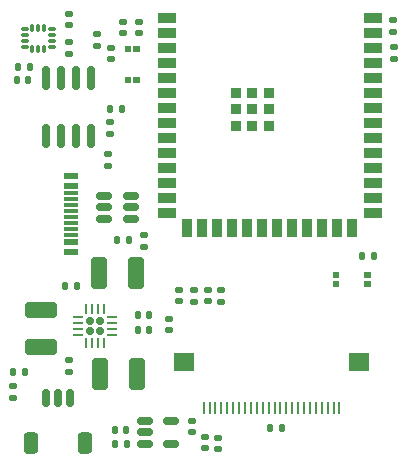
<source format=gbr>
%TF.GenerationSoftware,KiCad,Pcbnew,9.0.3*%
%TF.CreationDate,2025-09-17T23:32:25+02:00*%
%TF.ProjectId,Wear Camera,57656172-2043-4616-9d65-72612e6b6963,rev?*%
%TF.SameCoordinates,Original*%
%TF.FileFunction,Paste,Top*%
%TF.FilePolarity,Positive*%
%FSLAX46Y46*%
G04 Gerber Fmt 4.6, Leading zero omitted, Abs format (unit mm)*
G04 Created by KiCad (PCBNEW 9.0.3) date 2025-09-17 23:32:25*
%MOMM*%
%LPD*%
G01*
G04 APERTURE LIST*
G04 Aperture macros list*
%AMRoundRect*
0 Rectangle with rounded corners*
0 $1 Rounding radius*
0 $2 $3 $4 $5 $6 $7 $8 $9 X,Y pos of 4 corners*
0 Add a 4 corners polygon primitive as box body*
4,1,4,$2,$3,$4,$5,$6,$7,$8,$9,$2,$3,0*
0 Add four circle primitives for the rounded corners*
1,1,$1+$1,$2,$3*
1,1,$1+$1,$4,$5*
1,1,$1+$1,$6,$7*
1,1,$1+$1,$8,$9*
0 Add four rect primitives between the rounded corners*
20,1,$1+$1,$2,$3,$4,$5,0*
20,1,$1+$1,$4,$5,$6,$7,0*
20,1,$1+$1,$6,$7,$8,$9,0*
20,1,$1+$1,$8,$9,$2,$3,0*%
G04 Aperture macros list end*
%ADD10C,0.010000*%
%ADD11RoundRect,0.135000X0.135000X0.185000X-0.135000X0.185000X-0.135000X-0.185000X0.135000X-0.185000X0*%
%ADD12RoundRect,0.135000X-0.135000X-0.185000X0.135000X-0.185000X0.135000X0.185000X-0.135000X0.185000X0*%
%ADD13RoundRect,0.135000X0.185000X-0.135000X0.185000X0.135000X-0.185000X0.135000X-0.185000X-0.135000X0*%
%ADD14RoundRect,0.140000X0.170000X-0.140000X0.170000X0.140000X-0.170000X0.140000X-0.170000X-0.140000X0*%
%ADD15RoundRect,0.140000X-0.170000X0.140000X-0.170000X-0.140000X0.170000X-0.140000X0.170000X0.140000X0*%
%ADD16RoundRect,0.135000X-0.185000X0.135000X-0.185000X-0.135000X0.185000X-0.135000X0.185000X0.135000X0*%
%ADD17RoundRect,0.160000X0.160000X-0.160000X0.160000X0.160000X-0.160000X0.160000X-0.160000X-0.160000X0*%
%ADD18RoundRect,0.062500X0.062500X-0.375000X0.062500X0.375000X-0.062500X0.375000X-0.062500X-0.375000X0*%
%ADD19RoundRect,0.062500X0.375000X-0.062500X0.375000X0.062500X-0.375000X0.062500X-0.375000X-0.062500X0*%
%ADD20RoundRect,0.250000X-0.412500X-1.100000X0.412500X-1.100000X0.412500X1.100000X-0.412500X1.100000X0*%
%ADD21RoundRect,0.150000X0.150000X-0.825000X0.150000X0.825000X-0.150000X0.825000X-0.150000X-0.825000X0*%
%ADD22RoundRect,0.087500X0.225000X0.087500X-0.225000X0.087500X-0.225000X-0.087500X0.225000X-0.087500X0*%
%ADD23RoundRect,0.087500X0.087500X0.225000X-0.087500X0.225000X-0.087500X-0.225000X0.087500X-0.225000X0*%
%ADD24RoundRect,0.250000X1.100000X-0.412500X1.100000X0.412500X-1.100000X0.412500X-1.100000X-0.412500X0*%
%ADD25RoundRect,0.140000X-0.140000X-0.170000X0.140000X-0.170000X0.140000X0.170000X-0.140000X0.170000X0*%
%ADD26R,0.250000X1.100000*%
%ADD27R,1.700000X1.500000*%
%ADD28R,1.150000X0.590000*%
%ADD29R,1.150000X0.298000*%
%ADD30RoundRect,0.147500X-0.147500X-0.172500X0.147500X-0.172500X0.147500X0.172500X-0.147500X0.172500X0*%
%ADD31R,0.900000X0.900000*%
%ADD32R,1.500000X0.900000*%
%ADD33R,0.900000X1.500000*%
%ADD34RoundRect,0.150000X-0.512500X-0.150000X0.512500X-0.150000X0.512500X0.150000X-0.512500X0.150000X0*%
%ADD35RoundRect,0.150000X-0.150000X-0.625000X0.150000X-0.625000X0.150000X0.625000X-0.150000X0.625000X0*%
%ADD36RoundRect,0.250000X-0.350000X-0.650000X0.350000X-0.650000X0.350000X0.650000X-0.350000X0.650000X0*%
G04 APERTURE END LIST*
D10*
%TO.C,S1*%
X87900000Y-93843800D02*
X87450000Y-93843800D01*
X87450000Y-93393800D01*
X87900000Y-93393800D01*
X87900000Y-93843800D01*
G36*
X87900000Y-93843800D02*
G01*
X87450000Y-93843800D01*
X87450000Y-93393800D01*
X87900000Y-93393800D01*
X87900000Y-93843800D01*
G37*
X87900000Y-96493800D02*
X87450000Y-96493800D01*
X87450000Y-96043800D01*
X87900000Y-96043800D01*
X87900000Y-96493800D01*
G36*
X87900000Y-96493800D02*
G01*
X87450000Y-96493800D01*
X87450000Y-96043800D01*
X87900000Y-96043800D01*
X87900000Y-96493800D01*
G37*
X88650000Y-93843800D02*
X88200000Y-93843800D01*
X88200000Y-93393800D01*
X88650000Y-93393800D01*
X88650000Y-93843800D01*
G36*
X88650000Y-93843800D02*
G01*
X88200000Y-93843800D01*
X88200000Y-93393800D01*
X88650000Y-93393800D01*
X88650000Y-93843800D01*
G37*
X88650000Y-96493800D02*
X88200000Y-96493800D01*
X88200000Y-96043800D01*
X88650000Y-96043800D01*
X88650000Y-96493800D01*
G36*
X88650000Y-96493800D02*
G01*
X88200000Y-96493800D01*
X88200000Y-96043800D01*
X88650000Y-96043800D01*
X88650000Y-96493800D01*
G37*
%TO.C,S2*%
X105550000Y-112993800D02*
X105100000Y-112993800D01*
X105100000Y-112543800D01*
X105550000Y-112543800D01*
X105550000Y-112993800D01*
G36*
X105550000Y-112993800D02*
G01*
X105100000Y-112993800D01*
X105100000Y-112543800D01*
X105550000Y-112543800D01*
X105550000Y-112993800D01*
G37*
X105550000Y-113743800D02*
X105100000Y-113743800D01*
X105100000Y-113293800D01*
X105550000Y-113293800D01*
X105550000Y-113743800D01*
G36*
X105550000Y-113743800D02*
G01*
X105100000Y-113743800D01*
X105100000Y-113293800D01*
X105550000Y-113293800D01*
X105550000Y-113743800D01*
G37*
X108200000Y-112993800D02*
X107750000Y-112993800D01*
X107750000Y-112543800D01*
X108200000Y-112543800D01*
X108200000Y-112993800D01*
G36*
X108200000Y-112993800D02*
G01*
X107750000Y-112993800D01*
X107750000Y-112543800D01*
X108200000Y-112543800D01*
X108200000Y-112993800D01*
G37*
X108200000Y-113743800D02*
X107750000Y-113743800D01*
X107750000Y-113293800D01*
X108200000Y-113293800D01*
X108200000Y-113743800D01*
G36*
X108200000Y-113743800D02*
G01*
X107750000Y-113743800D01*
X107750000Y-113293800D01*
X108200000Y-113293800D01*
X108200000Y-113743800D01*
G37*
%TD*%
D11*
%TO.C,R18*%
X108560000Y-111193800D03*
X107540000Y-111193800D03*
%TD*%
D12*
%TO.C,R22*%
X78040000Y-120993800D03*
X79060000Y-120993800D03*
%TD*%
D13*
%TO.C,R1*%
X95650000Y-115103800D03*
X95650000Y-114083800D03*
%TD*%
D14*
%TO.C,C5*%
X95400000Y-127543800D03*
X95400000Y-126583800D03*
%TD*%
D15*
%TO.C,C9*%
X91250000Y-116513800D03*
X91250000Y-117473800D03*
%TD*%
D16*
%TO.C,R10*%
X86050000Y-102583800D03*
X86050000Y-103603800D03*
%TD*%
D13*
%TO.C,R31*%
X82750000Y-94103800D03*
X82750000Y-93083800D03*
%TD*%
D17*
%TO.C,U11*%
X84550000Y-117556300D03*
X85350000Y-117556300D03*
X84550000Y-116756300D03*
X85350000Y-116756300D03*
D18*
X84200000Y-118593800D03*
X84700000Y-118593800D03*
X85200000Y-118593800D03*
X85700000Y-118593800D03*
D19*
X86387500Y-117906300D03*
X86387500Y-117406300D03*
X86387500Y-116906300D03*
X86387500Y-116406300D03*
D18*
X85700000Y-115718800D03*
X85200000Y-115718800D03*
X84700000Y-115718800D03*
X84200000Y-115718800D03*
D19*
X83512500Y-116406300D03*
X83512500Y-116906300D03*
X83512500Y-117406300D03*
X83512500Y-117906300D03*
%TD*%
D15*
%TO.C,C14*%
X82750000Y-90713800D03*
X82750000Y-91673800D03*
%TD*%
%TO.C,C4*%
X94300000Y-126543800D03*
X94300000Y-127503800D03*
%TD*%
D11*
%TO.C,R16*%
X87660000Y-127093800D03*
X86640000Y-127093800D03*
%TD*%
D20*
%TO.C,C27*%
X85275000Y-112656300D03*
X88400000Y-112656300D03*
%TD*%
D21*
%TO.C,U3*%
X80810000Y-101093800D03*
X82080000Y-101093800D03*
X83350000Y-101093800D03*
X84620000Y-101093800D03*
X84620000Y-96143800D03*
X83350000Y-96143800D03*
X82080000Y-96143800D03*
X80810000Y-96143800D03*
%TD*%
D14*
%TO.C,C6*%
X86300000Y-94523800D03*
X86300000Y-93563800D03*
%TD*%
D12*
%TO.C,R27*%
X82427500Y-113756300D03*
X83447500Y-113756300D03*
%TD*%
D16*
%TO.C,R17*%
X85150000Y-92433800D03*
X85150000Y-93453800D03*
%TD*%
D15*
%TO.C,C12*%
X92100000Y-114063800D03*
X92100000Y-115023800D03*
%TD*%
D12*
%TO.C,R32*%
X78390000Y-95193800D03*
X79410000Y-95193800D03*
%TD*%
D13*
%TO.C,R21*%
X78050000Y-123203800D03*
X78050000Y-122183800D03*
%TD*%
D15*
%TO.C,C3*%
X93150000Y-125163800D03*
X93150000Y-126123800D03*
%TD*%
D11*
%TO.C,R9*%
X87210000Y-98793800D03*
X86190000Y-98793800D03*
%TD*%
D22*
%TO.C,U4*%
X81312500Y-93531300D03*
X81312500Y-93031300D03*
X81312500Y-92531300D03*
X81312500Y-92031300D03*
D23*
X80650000Y-91868800D03*
X80150000Y-91868800D03*
X79650000Y-91868800D03*
D22*
X78987500Y-92031300D03*
X78987500Y-92531300D03*
X78987500Y-93031300D03*
X78987500Y-93531300D03*
D23*
X79650000Y-93693800D03*
X80150000Y-93693800D03*
X80650000Y-93693800D03*
%TD*%
D24*
%TO.C,C26*%
X80387500Y-118918800D03*
X80387500Y-115793800D03*
%TD*%
D15*
%TO.C,C1*%
X88650000Y-91413800D03*
X88650000Y-92373800D03*
%TD*%
D25*
%TO.C,C13*%
X78340000Y-96343800D03*
X79300000Y-96343800D03*
%TD*%
D26*
%TO.C,J2*%
X105650000Y-124093800D03*
X105150000Y-124093800D03*
X104650000Y-124093800D03*
X104150000Y-124093800D03*
X103650000Y-124093800D03*
X103150000Y-124093800D03*
X102650000Y-124093800D03*
X102150000Y-124093800D03*
X101650000Y-124093800D03*
X101150000Y-124093800D03*
X100650000Y-124093800D03*
X100150000Y-124093800D03*
X99650000Y-124093800D03*
X99150000Y-124093800D03*
X98650000Y-124093800D03*
X98150000Y-124093800D03*
X97650000Y-124093800D03*
X97150000Y-124093800D03*
X96650000Y-124093800D03*
X96150000Y-124093800D03*
X95650000Y-124093800D03*
X95150000Y-124093800D03*
X94650000Y-124093800D03*
X94150000Y-124093800D03*
D27*
X92500000Y-120193800D03*
X107300000Y-120193800D03*
%TD*%
D12*
%TO.C,R7*%
X99740000Y-125793800D03*
X100760000Y-125793800D03*
%TD*%
D28*
%TO.C,U9*%
X82950000Y-104443800D03*
X82950000Y-105243800D03*
D29*
X82950000Y-106393800D03*
X82950000Y-107393800D03*
X82950000Y-107893800D03*
X82950000Y-108893800D03*
D28*
X82950000Y-110043800D03*
X82950000Y-110843800D03*
D29*
X82950000Y-109393800D03*
X82950000Y-108393800D03*
X82950000Y-106893800D03*
X82950000Y-105893800D03*
%TD*%
D30*
%TO.C,D16*%
X88565000Y-116243800D03*
X89535000Y-116243800D03*
%TD*%
D13*
%TO.C,R26*%
X82787500Y-121026300D03*
X82787500Y-120006300D03*
%TD*%
D30*
%TO.C,D15*%
X88565000Y-117443800D03*
X89535000Y-117443800D03*
%TD*%
D13*
%TO.C,R14*%
X110150000Y-92253800D03*
X110150000Y-91233800D03*
%TD*%
D31*
%TO.C,U2*%
X96865000Y-97403800D03*
X96865000Y-98803800D03*
X96865000Y-100203800D03*
X98265000Y-97403800D03*
X98265000Y-98803800D03*
X98265000Y-100203800D03*
X99665000Y-97403800D03*
X99665000Y-98803800D03*
X99665000Y-100203800D03*
D32*
X91015000Y-91083800D03*
X91015000Y-92353800D03*
X91015000Y-93623800D03*
X91015000Y-94893800D03*
X91015000Y-96163800D03*
X91015000Y-97433800D03*
X91015000Y-98703800D03*
X91015000Y-99973800D03*
X91015000Y-101243800D03*
X91015000Y-102513800D03*
X91015000Y-103783800D03*
X91015000Y-105053800D03*
X91015000Y-106323800D03*
X91015000Y-107593800D03*
D33*
X92780000Y-108843800D03*
X94050000Y-108843800D03*
X95320000Y-108843800D03*
X96590000Y-108843800D03*
X97860000Y-108843800D03*
X99130000Y-108843800D03*
X100400000Y-108843800D03*
X101670000Y-108843800D03*
X102940000Y-108843800D03*
X104210000Y-108843800D03*
X105480000Y-108843800D03*
X106750000Y-108843800D03*
D32*
X108515000Y-107593800D03*
X108515000Y-106323800D03*
X108515000Y-105053800D03*
X108515000Y-103783800D03*
X108515000Y-102513800D03*
X108515000Y-101243800D03*
X108515000Y-99973800D03*
X108515000Y-98703800D03*
X108515000Y-97433800D03*
X108515000Y-96163800D03*
X108515000Y-94893800D03*
X108515000Y-93623800D03*
X108515000Y-92353800D03*
X108515000Y-91083800D03*
%TD*%
D34*
%TO.C,U5*%
X89150000Y-125193800D03*
X89150000Y-126143800D03*
X89150000Y-127093800D03*
X91425000Y-127093800D03*
X91425000Y-125193800D03*
%TD*%
D25*
%TO.C,C10*%
X86620000Y-125943800D03*
X87580000Y-125943800D03*
%TD*%
D20*
%TO.C,C28*%
X85387500Y-121193800D03*
X88512500Y-121193800D03*
%TD*%
D12*
%TO.C,R19*%
X86840000Y-109843800D03*
X87860000Y-109843800D03*
%TD*%
D34*
%TO.C,U10*%
X85725000Y-106143800D03*
X85725000Y-107093800D03*
X85725000Y-108043800D03*
X88000000Y-108043800D03*
X88000000Y-107093800D03*
X88000000Y-106143800D03*
%TD*%
D35*
%TO.C,J4*%
X80800000Y-123193800D03*
X81800000Y-123193800D03*
X82800000Y-123193800D03*
D36*
X79500000Y-127068800D03*
X84100000Y-127068800D03*
%TD*%
D16*
%TO.C,R30*%
X110300000Y-93483800D03*
X110300000Y-94503800D03*
%TD*%
D14*
%TO.C,C7*%
X93350000Y-115073800D03*
X93350000Y-114113800D03*
%TD*%
D13*
%TO.C,R8*%
X86200000Y-100903800D03*
X86200000Y-99883800D03*
%TD*%
D16*
%TO.C,R20*%
X89100000Y-109433800D03*
X89100000Y-110453800D03*
%TD*%
D15*
%TO.C,C2*%
X87350000Y-91413800D03*
X87350000Y-92373800D03*
%TD*%
D14*
%TO.C,C8*%
X94500000Y-115043800D03*
X94500000Y-114083800D03*
%TD*%
M02*

</source>
